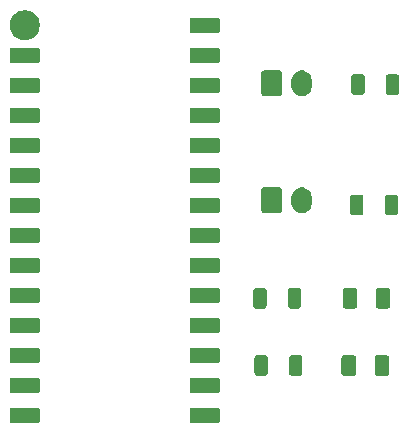
<source format=gts>
G04 #@! TF.GenerationSoftware,KiCad,Pcbnew,9.0.2*
G04 #@! TF.CreationDate,2025-06-20T10:59:14-07:00*
G04 #@! TF.ProjectId,fsrPrototype1,66737250-726f-4746-9f74-797065312e6b,rev?*
G04 #@! TF.SameCoordinates,Original*
G04 #@! TF.FileFunction,Soldermask,Top*
G04 #@! TF.FilePolarity,Negative*
%FSLAX46Y46*%
G04 Gerber Fmt 4.6, Leading zero omitted, Abs format (unit mm)*
G04 Created by KiCad (PCBNEW 9.0.2) date 2025-06-20 10:59:14*
%MOMM*%
%LPD*%
G01*
G04 APERTURE LIST*
G04 APERTURE END LIST*
G36*
X45812401Y-89979501D02*
G01*
X45874204Y-90020796D01*
X45915499Y-90082599D01*
X45930000Y-90155500D01*
X45930000Y-91044500D01*
X45915499Y-91117401D01*
X45874204Y-91179204D01*
X45812401Y-91220499D01*
X45739500Y-91235000D01*
X43580500Y-91235000D01*
X43507599Y-91220499D01*
X43445796Y-91179204D01*
X43404501Y-91117401D01*
X43390000Y-91044500D01*
X43390000Y-90155500D01*
X43404501Y-90082599D01*
X43445796Y-90020796D01*
X43507599Y-89979501D01*
X43580500Y-89965000D01*
X45739500Y-89965000D01*
X45812401Y-89979501D01*
G37*
G36*
X61052401Y-89979501D02*
G01*
X61114204Y-90020796D01*
X61155499Y-90082599D01*
X61170000Y-90155500D01*
X61170000Y-91044500D01*
X61155499Y-91117401D01*
X61114204Y-91179204D01*
X61052401Y-91220499D01*
X60979500Y-91235000D01*
X58820500Y-91235000D01*
X58747599Y-91220499D01*
X58685796Y-91179204D01*
X58644501Y-91117401D01*
X58630000Y-91044500D01*
X58630000Y-90155500D01*
X58644501Y-90082599D01*
X58685796Y-90020796D01*
X58747599Y-89979501D01*
X58820500Y-89965000D01*
X60979500Y-89965000D01*
X61052401Y-89979501D01*
G37*
G36*
X45812401Y-87439501D02*
G01*
X45874204Y-87480796D01*
X45915499Y-87542599D01*
X45930000Y-87615500D01*
X45930000Y-88504500D01*
X45915499Y-88577401D01*
X45874204Y-88639204D01*
X45812401Y-88680499D01*
X45739500Y-88695000D01*
X43580500Y-88695000D01*
X43507599Y-88680499D01*
X43445796Y-88639204D01*
X43404501Y-88577401D01*
X43390000Y-88504500D01*
X43390000Y-87615500D01*
X43404501Y-87542599D01*
X43445796Y-87480796D01*
X43507599Y-87439501D01*
X43580500Y-87425000D01*
X45739500Y-87425000D01*
X45812401Y-87439501D01*
G37*
G36*
X61052401Y-87439501D02*
G01*
X61114204Y-87480796D01*
X61155499Y-87542599D01*
X61170000Y-87615500D01*
X61170000Y-88504500D01*
X61155499Y-88577401D01*
X61114204Y-88639204D01*
X61052401Y-88680499D01*
X60979500Y-88695000D01*
X58820500Y-88695000D01*
X58747599Y-88680499D01*
X58685796Y-88639204D01*
X58644501Y-88577401D01*
X58630000Y-88504500D01*
X58630000Y-87615500D01*
X58644501Y-87542599D01*
X58685796Y-87480796D01*
X58747599Y-87439501D01*
X58820500Y-87425000D01*
X60979500Y-87425000D01*
X61052401Y-87439501D01*
G37*
G36*
X64992350Y-85525964D02*
G01*
X65042540Y-85531787D01*
X65059689Y-85539359D01*
X65083171Y-85544030D01*
X65108310Y-85560827D01*
X65128196Y-85569608D01*
X65141777Y-85583189D01*
X65164277Y-85598223D01*
X65179310Y-85620722D01*
X65192891Y-85634303D01*
X65201670Y-85654186D01*
X65218470Y-85679329D01*
X65223141Y-85702812D01*
X65230712Y-85719959D01*
X65236533Y-85770139D01*
X65237500Y-85775000D01*
X65237500Y-87025000D01*
X65236532Y-87029863D01*
X65230712Y-87080040D01*
X65223141Y-87097185D01*
X65218470Y-87120671D01*
X65201669Y-87145815D01*
X65192891Y-87165696D01*
X65179312Y-87179274D01*
X65164277Y-87201777D01*
X65141774Y-87216812D01*
X65128196Y-87230391D01*
X65108315Y-87239169D01*
X65083171Y-87255970D01*
X65059685Y-87260641D01*
X65042540Y-87268212D01*
X64992361Y-87274032D01*
X64987500Y-87275000D01*
X64362500Y-87275000D01*
X64357638Y-87274032D01*
X64307459Y-87268212D01*
X64290312Y-87260641D01*
X64266829Y-87255970D01*
X64241686Y-87239170D01*
X64221803Y-87230391D01*
X64208222Y-87216810D01*
X64185723Y-87201777D01*
X64170689Y-87179277D01*
X64157108Y-87165696D01*
X64148327Y-87145810D01*
X64131530Y-87120671D01*
X64126859Y-87097189D01*
X64119287Y-87080040D01*
X64113464Y-87029849D01*
X64112500Y-87025000D01*
X64112500Y-85775000D01*
X64113464Y-85770150D01*
X64119287Y-85719959D01*
X64126859Y-85702808D01*
X64131530Y-85679329D01*
X64148326Y-85654191D01*
X64157108Y-85634303D01*
X64170691Y-85620719D01*
X64185723Y-85598223D01*
X64208219Y-85583191D01*
X64221803Y-85569608D01*
X64241691Y-85560826D01*
X64266829Y-85544030D01*
X64290308Y-85539359D01*
X64307459Y-85531787D01*
X64357651Y-85525964D01*
X64362500Y-85525000D01*
X64987500Y-85525000D01*
X64992350Y-85525964D01*
G37*
G36*
X67917350Y-85525964D02*
G01*
X67967540Y-85531787D01*
X67984689Y-85539359D01*
X68008171Y-85544030D01*
X68033310Y-85560827D01*
X68053196Y-85569608D01*
X68066777Y-85583189D01*
X68089277Y-85598223D01*
X68104310Y-85620722D01*
X68117891Y-85634303D01*
X68126670Y-85654186D01*
X68143470Y-85679329D01*
X68148141Y-85702812D01*
X68155712Y-85719959D01*
X68161533Y-85770139D01*
X68162500Y-85775000D01*
X68162500Y-87025000D01*
X68161532Y-87029863D01*
X68155712Y-87080040D01*
X68148141Y-87097185D01*
X68143470Y-87120671D01*
X68126669Y-87145815D01*
X68117891Y-87165696D01*
X68104312Y-87179274D01*
X68089277Y-87201777D01*
X68066774Y-87216812D01*
X68053196Y-87230391D01*
X68033315Y-87239169D01*
X68008171Y-87255970D01*
X67984685Y-87260641D01*
X67967540Y-87268212D01*
X67917361Y-87274032D01*
X67912500Y-87275000D01*
X67287500Y-87275000D01*
X67282638Y-87274032D01*
X67232459Y-87268212D01*
X67215312Y-87260641D01*
X67191829Y-87255970D01*
X67166686Y-87239170D01*
X67146803Y-87230391D01*
X67133222Y-87216810D01*
X67110723Y-87201777D01*
X67095689Y-87179277D01*
X67082108Y-87165696D01*
X67073327Y-87145810D01*
X67056530Y-87120671D01*
X67051859Y-87097189D01*
X67044287Y-87080040D01*
X67038464Y-87029849D01*
X67037500Y-87025000D01*
X67037500Y-85775000D01*
X67038464Y-85770150D01*
X67044287Y-85719959D01*
X67051859Y-85702808D01*
X67056530Y-85679329D01*
X67073326Y-85654191D01*
X67082108Y-85634303D01*
X67095691Y-85620719D01*
X67110723Y-85598223D01*
X67133219Y-85583191D01*
X67146803Y-85569608D01*
X67166691Y-85560826D01*
X67191829Y-85544030D01*
X67215308Y-85539359D01*
X67232459Y-85531787D01*
X67282651Y-85525964D01*
X67287500Y-85525000D01*
X67912500Y-85525000D01*
X67917350Y-85525964D01*
G37*
G36*
X72479850Y-85525964D02*
G01*
X72530040Y-85531787D01*
X72547189Y-85539359D01*
X72570671Y-85544030D01*
X72595810Y-85560827D01*
X72615696Y-85569608D01*
X72629277Y-85583189D01*
X72651777Y-85598223D01*
X72666810Y-85620722D01*
X72680391Y-85634303D01*
X72689170Y-85654186D01*
X72705970Y-85679329D01*
X72710641Y-85702812D01*
X72718212Y-85719959D01*
X72724033Y-85770139D01*
X72725000Y-85775000D01*
X72725000Y-87025000D01*
X72724032Y-87029863D01*
X72718212Y-87080040D01*
X72710641Y-87097185D01*
X72705970Y-87120671D01*
X72689169Y-87145815D01*
X72680391Y-87165696D01*
X72666812Y-87179274D01*
X72651777Y-87201777D01*
X72629274Y-87216812D01*
X72615696Y-87230391D01*
X72595815Y-87239169D01*
X72570671Y-87255970D01*
X72547185Y-87260641D01*
X72530040Y-87268212D01*
X72479861Y-87274032D01*
X72475000Y-87275000D01*
X71725000Y-87275000D01*
X71720138Y-87274032D01*
X71669959Y-87268212D01*
X71652812Y-87260641D01*
X71629329Y-87255970D01*
X71604186Y-87239170D01*
X71584303Y-87230391D01*
X71570722Y-87216810D01*
X71548223Y-87201777D01*
X71533189Y-87179277D01*
X71519608Y-87165696D01*
X71510827Y-87145810D01*
X71494030Y-87120671D01*
X71489359Y-87097189D01*
X71481787Y-87080040D01*
X71475964Y-87029849D01*
X71475000Y-87025000D01*
X71475000Y-85775000D01*
X71475964Y-85770150D01*
X71481787Y-85719959D01*
X71489359Y-85702808D01*
X71494030Y-85679329D01*
X71510826Y-85654191D01*
X71519608Y-85634303D01*
X71533191Y-85620719D01*
X71548223Y-85598223D01*
X71570719Y-85583191D01*
X71584303Y-85569608D01*
X71604191Y-85560826D01*
X71629329Y-85544030D01*
X71652808Y-85539359D01*
X71669959Y-85531787D01*
X71720151Y-85525964D01*
X71725000Y-85525000D01*
X72475000Y-85525000D01*
X72479850Y-85525964D01*
G37*
G36*
X75279850Y-85525964D02*
G01*
X75330040Y-85531787D01*
X75347189Y-85539359D01*
X75370671Y-85544030D01*
X75395810Y-85560827D01*
X75415696Y-85569608D01*
X75429277Y-85583189D01*
X75451777Y-85598223D01*
X75466810Y-85620722D01*
X75480391Y-85634303D01*
X75489170Y-85654186D01*
X75505970Y-85679329D01*
X75510641Y-85702812D01*
X75518212Y-85719959D01*
X75524033Y-85770139D01*
X75525000Y-85775000D01*
X75525000Y-87025000D01*
X75524032Y-87029863D01*
X75518212Y-87080040D01*
X75510641Y-87097185D01*
X75505970Y-87120671D01*
X75489169Y-87145815D01*
X75480391Y-87165696D01*
X75466812Y-87179274D01*
X75451777Y-87201777D01*
X75429274Y-87216812D01*
X75415696Y-87230391D01*
X75395815Y-87239169D01*
X75370671Y-87255970D01*
X75347185Y-87260641D01*
X75330040Y-87268212D01*
X75279861Y-87274032D01*
X75275000Y-87275000D01*
X74525000Y-87275000D01*
X74520138Y-87274032D01*
X74469959Y-87268212D01*
X74452812Y-87260641D01*
X74429329Y-87255970D01*
X74404186Y-87239170D01*
X74384303Y-87230391D01*
X74370722Y-87216810D01*
X74348223Y-87201777D01*
X74333189Y-87179277D01*
X74319608Y-87165696D01*
X74310827Y-87145810D01*
X74294030Y-87120671D01*
X74289359Y-87097189D01*
X74281787Y-87080040D01*
X74275964Y-87029849D01*
X74275000Y-87025000D01*
X74275000Y-85775000D01*
X74275964Y-85770150D01*
X74281787Y-85719959D01*
X74289359Y-85702808D01*
X74294030Y-85679329D01*
X74310826Y-85654191D01*
X74319608Y-85634303D01*
X74333191Y-85620719D01*
X74348223Y-85598223D01*
X74370719Y-85583191D01*
X74384303Y-85569608D01*
X74404191Y-85560826D01*
X74429329Y-85544030D01*
X74452808Y-85539359D01*
X74469959Y-85531787D01*
X74520151Y-85525964D01*
X74525000Y-85525000D01*
X75275000Y-85525000D01*
X75279850Y-85525964D01*
G37*
G36*
X45812401Y-84899501D02*
G01*
X45874204Y-84940796D01*
X45915499Y-85002599D01*
X45930000Y-85075500D01*
X45930000Y-85964500D01*
X45915499Y-86037401D01*
X45874204Y-86099204D01*
X45812401Y-86140499D01*
X45739500Y-86155000D01*
X43580500Y-86155000D01*
X43507599Y-86140499D01*
X43445796Y-86099204D01*
X43404501Y-86037401D01*
X43390000Y-85964500D01*
X43390000Y-85075500D01*
X43404501Y-85002599D01*
X43445796Y-84940796D01*
X43507599Y-84899501D01*
X43580500Y-84885000D01*
X45739500Y-84885000D01*
X45812401Y-84899501D01*
G37*
G36*
X61052401Y-84899501D02*
G01*
X61114204Y-84940796D01*
X61155499Y-85002599D01*
X61170000Y-85075500D01*
X61170000Y-85964500D01*
X61155499Y-86037401D01*
X61114204Y-86099204D01*
X61052401Y-86140499D01*
X60979500Y-86155000D01*
X58820500Y-86155000D01*
X58747599Y-86140499D01*
X58685796Y-86099204D01*
X58644501Y-86037401D01*
X58630000Y-85964500D01*
X58630000Y-85075500D01*
X58644501Y-85002599D01*
X58685796Y-84940796D01*
X58747599Y-84899501D01*
X58820500Y-84885000D01*
X60979500Y-84885000D01*
X61052401Y-84899501D01*
G37*
G36*
X45812401Y-82359501D02*
G01*
X45874204Y-82400796D01*
X45915499Y-82462599D01*
X45930000Y-82535500D01*
X45930000Y-83424500D01*
X45915499Y-83497401D01*
X45874204Y-83559204D01*
X45812401Y-83600499D01*
X45739500Y-83615000D01*
X43580500Y-83615000D01*
X43507599Y-83600499D01*
X43445796Y-83559204D01*
X43404501Y-83497401D01*
X43390000Y-83424500D01*
X43390000Y-82535500D01*
X43404501Y-82462599D01*
X43445796Y-82400796D01*
X43507599Y-82359501D01*
X43580500Y-82345000D01*
X45739500Y-82345000D01*
X45812401Y-82359501D01*
G37*
G36*
X61052401Y-82359501D02*
G01*
X61114204Y-82400796D01*
X61155499Y-82462599D01*
X61170000Y-82535500D01*
X61170000Y-83424500D01*
X61155499Y-83497401D01*
X61114204Y-83559204D01*
X61052401Y-83600499D01*
X60979500Y-83615000D01*
X58820500Y-83615000D01*
X58747599Y-83600499D01*
X58685796Y-83559204D01*
X58644501Y-83497401D01*
X58630000Y-83424500D01*
X58630000Y-82535500D01*
X58644501Y-82462599D01*
X58685796Y-82400796D01*
X58747599Y-82359501D01*
X58820500Y-82345000D01*
X60979500Y-82345000D01*
X61052401Y-82359501D01*
G37*
G36*
X64892350Y-79825964D02*
G01*
X64942540Y-79831787D01*
X64959689Y-79839359D01*
X64983171Y-79844030D01*
X65008310Y-79860827D01*
X65028196Y-79869608D01*
X65041777Y-79883189D01*
X65064277Y-79898223D01*
X65079310Y-79920722D01*
X65092891Y-79934303D01*
X65101670Y-79954186D01*
X65118470Y-79979329D01*
X65123141Y-80002812D01*
X65130712Y-80019959D01*
X65136533Y-80070139D01*
X65137500Y-80075000D01*
X65137500Y-81325000D01*
X65136532Y-81329863D01*
X65130712Y-81380040D01*
X65123141Y-81397185D01*
X65118470Y-81420671D01*
X65101669Y-81445815D01*
X65092891Y-81465696D01*
X65079312Y-81479274D01*
X65064277Y-81501777D01*
X65041774Y-81516812D01*
X65028196Y-81530391D01*
X65008315Y-81539169D01*
X64983171Y-81555970D01*
X64959685Y-81560641D01*
X64942540Y-81568212D01*
X64892361Y-81574032D01*
X64887500Y-81575000D01*
X64262500Y-81575000D01*
X64257638Y-81574032D01*
X64207459Y-81568212D01*
X64190312Y-81560641D01*
X64166829Y-81555970D01*
X64141686Y-81539170D01*
X64121803Y-81530391D01*
X64108222Y-81516810D01*
X64085723Y-81501777D01*
X64070689Y-81479277D01*
X64057108Y-81465696D01*
X64048327Y-81445810D01*
X64031530Y-81420671D01*
X64026859Y-81397189D01*
X64019287Y-81380040D01*
X64013464Y-81329849D01*
X64012500Y-81325000D01*
X64012500Y-80075000D01*
X64013464Y-80070150D01*
X64019287Y-80019959D01*
X64026859Y-80002808D01*
X64031530Y-79979329D01*
X64048326Y-79954191D01*
X64057108Y-79934303D01*
X64070691Y-79920719D01*
X64085723Y-79898223D01*
X64108219Y-79883191D01*
X64121803Y-79869608D01*
X64141691Y-79860826D01*
X64166829Y-79844030D01*
X64190308Y-79839359D01*
X64207459Y-79831787D01*
X64257651Y-79825964D01*
X64262500Y-79825000D01*
X64887500Y-79825000D01*
X64892350Y-79825964D01*
G37*
G36*
X67817350Y-79825964D02*
G01*
X67867540Y-79831787D01*
X67884689Y-79839359D01*
X67908171Y-79844030D01*
X67933310Y-79860827D01*
X67953196Y-79869608D01*
X67966777Y-79883189D01*
X67989277Y-79898223D01*
X68004310Y-79920722D01*
X68017891Y-79934303D01*
X68026670Y-79954186D01*
X68043470Y-79979329D01*
X68048141Y-80002812D01*
X68055712Y-80019959D01*
X68061533Y-80070139D01*
X68062500Y-80075000D01*
X68062500Y-81325000D01*
X68061532Y-81329863D01*
X68055712Y-81380040D01*
X68048141Y-81397185D01*
X68043470Y-81420671D01*
X68026669Y-81445815D01*
X68017891Y-81465696D01*
X68004312Y-81479274D01*
X67989277Y-81501777D01*
X67966774Y-81516812D01*
X67953196Y-81530391D01*
X67933315Y-81539169D01*
X67908171Y-81555970D01*
X67884685Y-81560641D01*
X67867540Y-81568212D01*
X67817361Y-81574032D01*
X67812500Y-81575000D01*
X67187500Y-81575000D01*
X67182638Y-81574032D01*
X67132459Y-81568212D01*
X67115312Y-81560641D01*
X67091829Y-81555970D01*
X67066686Y-81539170D01*
X67046803Y-81530391D01*
X67033222Y-81516810D01*
X67010723Y-81501777D01*
X66995689Y-81479277D01*
X66982108Y-81465696D01*
X66973327Y-81445810D01*
X66956530Y-81420671D01*
X66951859Y-81397189D01*
X66944287Y-81380040D01*
X66938464Y-81329849D01*
X66937500Y-81325000D01*
X66937500Y-80075000D01*
X66938464Y-80070150D01*
X66944287Y-80019959D01*
X66951859Y-80002808D01*
X66956530Y-79979329D01*
X66973326Y-79954191D01*
X66982108Y-79934303D01*
X66995691Y-79920719D01*
X67010723Y-79898223D01*
X67033219Y-79883191D01*
X67046803Y-79869608D01*
X67066691Y-79860826D01*
X67091829Y-79844030D01*
X67115308Y-79839359D01*
X67132459Y-79831787D01*
X67182651Y-79825964D01*
X67187500Y-79825000D01*
X67812500Y-79825000D01*
X67817350Y-79825964D01*
G37*
G36*
X72579850Y-79825964D02*
G01*
X72630040Y-79831787D01*
X72647189Y-79839359D01*
X72670671Y-79844030D01*
X72695810Y-79860827D01*
X72715696Y-79869608D01*
X72729277Y-79883189D01*
X72751777Y-79898223D01*
X72766810Y-79920722D01*
X72780391Y-79934303D01*
X72789170Y-79954186D01*
X72805970Y-79979329D01*
X72810641Y-80002812D01*
X72818212Y-80019959D01*
X72824033Y-80070139D01*
X72825000Y-80075000D01*
X72825000Y-81325000D01*
X72824032Y-81329863D01*
X72818212Y-81380040D01*
X72810641Y-81397185D01*
X72805970Y-81420671D01*
X72789169Y-81445815D01*
X72780391Y-81465696D01*
X72766812Y-81479274D01*
X72751777Y-81501777D01*
X72729274Y-81516812D01*
X72715696Y-81530391D01*
X72695815Y-81539169D01*
X72670671Y-81555970D01*
X72647185Y-81560641D01*
X72630040Y-81568212D01*
X72579861Y-81574032D01*
X72575000Y-81575000D01*
X71825000Y-81575000D01*
X71820138Y-81574032D01*
X71769959Y-81568212D01*
X71752812Y-81560641D01*
X71729329Y-81555970D01*
X71704186Y-81539170D01*
X71684303Y-81530391D01*
X71670722Y-81516810D01*
X71648223Y-81501777D01*
X71633189Y-81479277D01*
X71619608Y-81465696D01*
X71610827Y-81445810D01*
X71594030Y-81420671D01*
X71589359Y-81397189D01*
X71581787Y-81380040D01*
X71575964Y-81329849D01*
X71575000Y-81325000D01*
X71575000Y-80075000D01*
X71575964Y-80070150D01*
X71581787Y-80019959D01*
X71589359Y-80002808D01*
X71594030Y-79979329D01*
X71610826Y-79954191D01*
X71619608Y-79934303D01*
X71633191Y-79920719D01*
X71648223Y-79898223D01*
X71670719Y-79883191D01*
X71684303Y-79869608D01*
X71704191Y-79860826D01*
X71729329Y-79844030D01*
X71752808Y-79839359D01*
X71769959Y-79831787D01*
X71820151Y-79825964D01*
X71825000Y-79825000D01*
X72575000Y-79825000D01*
X72579850Y-79825964D01*
G37*
G36*
X75379850Y-79825964D02*
G01*
X75430040Y-79831787D01*
X75447189Y-79839359D01*
X75470671Y-79844030D01*
X75495810Y-79860827D01*
X75515696Y-79869608D01*
X75529277Y-79883189D01*
X75551777Y-79898223D01*
X75566810Y-79920722D01*
X75580391Y-79934303D01*
X75589170Y-79954186D01*
X75605970Y-79979329D01*
X75610641Y-80002812D01*
X75618212Y-80019959D01*
X75624033Y-80070139D01*
X75625000Y-80075000D01*
X75625000Y-81325000D01*
X75624032Y-81329863D01*
X75618212Y-81380040D01*
X75610641Y-81397185D01*
X75605970Y-81420671D01*
X75589169Y-81445815D01*
X75580391Y-81465696D01*
X75566812Y-81479274D01*
X75551777Y-81501777D01*
X75529274Y-81516812D01*
X75515696Y-81530391D01*
X75495815Y-81539169D01*
X75470671Y-81555970D01*
X75447185Y-81560641D01*
X75430040Y-81568212D01*
X75379861Y-81574032D01*
X75375000Y-81575000D01*
X74625000Y-81575000D01*
X74620138Y-81574032D01*
X74569959Y-81568212D01*
X74552812Y-81560641D01*
X74529329Y-81555970D01*
X74504186Y-81539170D01*
X74484303Y-81530391D01*
X74470722Y-81516810D01*
X74448223Y-81501777D01*
X74433189Y-81479277D01*
X74419608Y-81465696D01*
X74410827Y-81445810D01*
X74394030Y-81420671D01*
X74389359Y-81397189D01*
X74381787Y-81380040D01*
X74375964Y-81329849D01*
X74375000Y-81325000D01*
X74375000Y-80075000D01*
X74375964Y-80070150D01*
X74381787Y-80019959D01*
X74389359Y-80002808D01*
X74394030Y-79979329D01*
X74410826Y-79954191D01*
X74419608Y-79934303D01*
X74433191Y-79920719D01*
X74448223Y-79898223D01*
X74470719Y-79883191D01*
X74484303Y-79869608D01*
X74504191Y-79860826D01*
X74529329Y-79844030D01*
X74552808Y-79839359D01*
X74569959Y-79831787D01*
X74620151Y-79825964D01*
X74625000Y-79825000D01*
X75375000Y-79825000D01*
X75379850Y-79825964D01*
G37*
G36*
X45812401Y-79819501D02*
G01*
X45874204Y-79860796D01*
X45915499Y-79922599D01*
X45930000Y-79995500D01*
X45930000Y-80884500D01*
X45915499Y-80957401D01*
X45874204Y-81019204D01*
X45812401Y-81060499D01*
X45739500Y-81075000D01*
X43580500Y-81075000D01*
X43507599Y-81060499D01*
X43445796Y-81019204D01*
X43404501Y-80957401D01*
X43390000Y-80884500D01*
X43390000Y-79995500D01*
X43404501Y-79922599D01*
X43445796Y-79860796D01*
X43507599Y-79819501D01*
X43580500Y-79805000D01*
X45739500Y-79805000D01*
X45812401Y-79819501D01*
G37*
G36*
X61052401Y-79819501D02*
G01*
X61114204Y-79860796D01*
X61155499Y-79922599D01*
X61170000Y-79995500D01*
X61170000Y-80884500D01*
X61155499Y-80957401D01*
X61114204Y-81019204D01*
X61052401Y-81060499D01*
X60979500Y-81075000D01*
X58820500Y-81075000D01*
X58747599Y-81060499D01*
X58685796Y-81019204D01*
X58644501Y-80957401D01*
X58630000Y-80884500D01*
X58630000Y-79995500D01*
X58644501Y-79922599D01*
X58685796Y-79860796D01*
X58747599Y-79819501D01*
X58820500Y-79805000D01*
X60979500Y-79805000D01*
X61052401Y-79819501D01*
G37*
G36*
X45812401Y-77279501D02*
G01*
X45874204Y-77320796D01*
X45915499Y-77382599D01*
X45930000Y-77455500D01*
X45930000Y-78344500D01*
X45915499Y-78417401D01*
X45874204Y-78479204D01*
X45812401Y-78520499D01*
X45739500Y-78535000D01*
X43580500Y-78535000D01*
X43507599Y-78520499D01*
X43445796Y-78479204D01*
X43404501Y-78417401D01*
X43390000Y-78344500D01*
X43390000Y-77455500D01*
X43404501Y-77382599D01*
X43445796Y-77320796D01*
X43507599Y-77279501D01*
X43580500Y-77265000D01*
X45739500Y-77265000D01*
X45812401Y-77279501D01*
G37*
G36*
X61052401Y-77279501D02*
G01*
X61114204Y-77320796D01*
X61155499Y-77382599D01*
X61170000Y-77455500D01*
X61170000Y-78344500D01*
X61155499Y-78417401D01*
X61114204Y-78479204D01*
X61052401Y-78520499D01*
X60979500Y-78535000D01*
X58820500Y-78535000D01*
X58747599Y-78520499D01*
X58685796Y-78479204D01*
X58644501Y-78417401D01*
X58630000Y-78344500D01*
X58630000Y-77455500D01*
X58644501Y-77382599D01*
X58685796Y-77320796D01*
X58747599Y-77279501D01*
X58820500Y-77265000D01*
X60979500Y-77265000D01*
X61052401Y-77279501D01*
G37*
G36*
X45812401Y-74739501D02*
G01*
X45874204Y-74780796D01*
X45915499Y-74842599D01*
X45930000Y-74915500D01*
X45930000Y-75804500D01*
X45915499Y-75877401D01*
X45874204Y-75939204D01*
X45812401Y-75980499D01*
X45739500Y-75995000D01*
X43580500Y-75995000D01*
X43507599Y-75980499D01*
X43445796Y-75939204D01*
X43404501Y-75877401D01*
X43390000Y-75804500D01*
X43390000Y-74915500D01*
X43404501Y-74842599D01*
X43445796Y-74780796D01*
X43507599Y-74739501D01*
X43580500Y-74725000D01*
X45739500Y-74725000D01*
X45812401Y-74739501D01*
G37*
G36*
X61052401Y-74739501D02*
G01*
X61114204Y-74780796D01*
X61155499Y-74842599D01*
X61170000Y-74915500D01*
X61170000Y-75804500D01*
X61155499Y-75877401D01*
X61114204Y-75939204D01*
X61052401Y-75980499D01*
X60979500Y-75995000D01*
X58820500Y-75995000D01*
X58747599Y-75980499D01*
X58685796Y-75939204D01*
X58644501Y-75877401D01*
X58630000Y-75804500D01*
X58630000Y-74915500D01*
X58644501Y-74842599D01*
X58685796Y-74780796D01*
X58747599Y-74739501D01*
X58820500Y-74725000D01*
X60979500Y-74725000D01*
X61052401Y-74739501D01*
G37*
G36*
X73092350Y-71925964D02*
G01*
X73142540Y-71931787D01*
X73159689Y-71939359D01*
X73183171Y-71944030D01*
X73208310Y-71960827D01*
X73228196Y-71969608D01*
X73241777Y-71983189D01*
X73264277Y-71998223D01*
X73279310Y-72020722D01*
X73292891Y-72034303D01*
X73301670Y-72054186D01*
X73318470Y-72079329D01*
X73323141Y-72102812D01*
X73330712Y-72119959D01*
X73336533Y-72170139D01*
X73337500Y-72175000D01*
X73337500Y-73425000D01*
X73336532Y-73429863D01*
X73330712Y-73480040D01*
X73323141Y-73497185D01*
X73318470Y-73520671D01*
X73301669Y-73545815D01*
X73292891Y-73565696D01*
X73279312Y-73579274D01*
X73264277Y-73601777D01*
X73241774Y-73616812D01*
X73228196Y-73630391D01*
X73208315Y-73639169D01*
X73183171Y-73655970D01*
X73159685Y-73660641D01*
X73142540Y-73668212D01*
X73092361Y-73674032D01*
X73087500Y-73675000D01*
X72462500Y-73675000D01*
X72457638Y-73674032D01*
X72407459Y-73668212D01*
X72390312Y-73660641D01*
X72366829Y-73655970D01*
X72341686Y-73639170D01*
X72321803Y-73630391D01*
X72308222Y-73616810D01*
X72285723Y-73601777D01*
X72270689Y-73579277D01*
X72257108Y-73565696D01*
X72248327Y-73545810D01*
X72231530Y-73520671D01*
X72226859Y-73497189D01*
X72219287Y-73480040D01*
X72213464Y-73429849D01*
X72212500Y-73425000D01*
X72212500Y-72175000D01*
X72213464Y-72170150D01*
X72219287Y-72119959D01*
X72226859Y-72102808D01*
X72231530Y-72079329D01*
X72248326Y-72054191D01*
X72257108Y-72034303D01*
X72270691Y-72020719D01*
X72285723Y-71998223D01*
X72308219Y-71983191D01*
X72321803Y-71969608D01*
X72341691Y-71960826D01*
X72366829Y-71944030D01*
X72390308Y-71939359D01*
X72407459Y-71931787D01*
X72457651Y-71925964D01*
X72462500Y-71925000D01*
X73087500Y-71925000D01*
X73092350Y-71925964D01*
G37*
G36*
X76017350Y-71925964D02*
G01*
X76067540Y-71931787D01*
X76084689Y-71939359D01*
X76108171Y-71944030D01*
X76133310Y-71960827D01*
X76153196Y-71969608D01*
X76166777Y-71983189D01*
X76189277Y-71998223D01*
X76204310Y-72020722D01*
X76217891Y-72034303D01*
X76226670Y-72054186D01*
X76243470Y-72079329D01*
X76248141Y-72102812D01*
X76255712Y-72119959D01*
X76261533Y-72170139D01*
X76262500Y-72175000D01*
X76262500Y-73425000D01*
X76261532Y-73429863D01*
X76255712Y-73480040D01*
X76248141Y-73497185D01*
X76243470Y-73520671D01*
X76226669Y-73545815D01*
X76217891Y-73565696D01*
X76204312Y-73579274D01*
X76189277Y-73601777D01*
X76166774Y-73616812D01*
X76153196Y-73630391D01*
X76133315Y-73639169D01*
X76108171Y-73655970D01*
X76084685Y-73660641D01*
X76067540Y-73668212D01*
X76017361Y-73674032D01*
X76012500Y-73675000D01*
X75387500Y-73675000D01*
X75382638Y-73674032D01*
X75332459Y-73668212D01*
X75315312Y-73660641D01*
X75291829Y-73655970D01*
X75266686Y-73639170D01*
X75246803Y-73630391D01*
X75233222Y-73616810D01*
X75210723Y-73601777D01*
X75195689Y-73579277D01*
X75182108Y-73565696D01*
X75173327Y-73545810D01*
X75156530Y-73520671D01*
X75151859Y-73497189D01*
X75144287Y-73480040D01*
X75138464Y-73429849D01*
X75137500Y-73425000D01*
X75137500Y-72175000D01*
X75138464Y-72170150D01*
X75144287Y-72119959D01*
X75151859Y-72102808D01*
X75156530Y-72079329D01*
X75173326Y-72054191D01*
X75182108Y-72034303D01*
X75195691Y-72020719D01*
X75210723Y-71998223D01*
X75233219Y-71983191D01*
X75246803Y-71969608D01*
X75266691Y-71960826D01*
X75291829Y-71944030D01*
X75315308Y-71939359D01*
X75332459Y-71931787D01*
X75382651Y-71925964D01*
X75387500Y-71925000D01*
X76012500Y-71925000D01*
X76017350Y-71925964D01*
G37*
G36*
X66184850Y-71305964D02*
G01*
X66235040Y-71311787D01*
X66252189Y-71319359D01*
X66275671Y-71324030D01*
X66300810Y-71340827D01*
X66320696Y-71349608D01*
X66334277Y-71363189D01*
X66356777Y-71378223D01*
X66371810Y-71400722D01*
X66385391Y-71414303D01*
X66394170Y-71434186D01*
X66410970Y-71459329D01*
X66415641Y-71482812D01*
X66423212Y-71499959D01*
X66429033Y-71550139D01*
X66430000Y-71555000D01*
X66430000Y-73245000D01*
X66429032Y-73249863D01*
X66423212Y-73300040D01*
X66415641Y-73317185D01*
X66410970Y-73340671D01*
X66394169Y-73365815D01*
X66385391Y-73385696D01*
X66371812Y-73399274D01*
X66356777Y-73421777D01*
X66334274Y-73436812D01*
X66320696Y-73450391D01*
X66300815Y-73459169D01*
X66275671Y-73475970D01*
X66252185Y-73480641D01*
X66235040Y-73488212D01*
X66184861Y-73494032D01*
X66180000Y-73495000D01*
X64940000Y-73495000D01*
X64935138Y-73494032D01*
X64884959Y-73488212D01*
X64867812Y-73480641D01*
X64844329Y-73475970D01*
X64819186Y-73459170D01*
X64799303Y-73450391D01*
X64785722Y-73436810D01*
X64763223Y-73421777D01*
X64748189Y-73399277D01*
X64734608Y-73385696D01*
X64725827Y-73365810D01*
X64709030Y-73340671D01*
X64704359Y-73317189D01*
X64696787Y-73300040D01*
X64690964Y-73249849D01*
X64690000Y-73245000D01*
X64690000Y-71555000D01*
X64690964Y-71550150D01*
X64696787Y-71499959D01*
X64704359Y-71482808D01*
X64709030Y-71459329D01*
X64725826Y-71434191D01*
X64734608Y-71414303D01*
X64748191Y-71400719D01*
X64763223Y-71378223D01*
X64785719Y-71363191D01*
X64799303Y-71349608D01*
X64819191Y-71340826D01*
X64844329Y-71324030D01*
X64867808Y-71319359D01*
X64884959Y-71311787D01*
X64935151Y-71305964D01*
X64940000Y-71305000D01*
X66180000Y-71305000D01*
X66184850Y-71305964D01*
G37*
G36*
X68352548Y-71342462D02*
G01*
X68510115Y-71407729D01*
X68651922Y-71502481D01*
X68772519Y-71623078D01*
X68867271Y-71764885D01*
X68932538Y-71922452D01*
X68965811Y-72089725D01*
X68970000Y-72175000D01*
X68970000Y-72625000D01*
X68965811Y-72710275D01*
X68932538Y-72877548D01*
X68867271Y-73035115D01*
X68772519Y-73176922D01*
X68651922Y-73297519D01*
X68510115Y-73392271D01*
X68352548Y-73457538D01*
X68185275Y-73490811D01*
X68014725Y-73490811D01*
X67847452Y-73457538D01*
X67689885Y-73392271D01*
X67548078Y-73297519D01*
X67427481Y-73176922D01*
X67332729Y-73035115D01*
X67267462Y-72877548D01*
X67234189Y-72710275D01*
X67230000Y-72625000D01*
X67230000Y-72175000D01*
X67234189Y-72089725D01*
X67267462Y-71922452D01*
X67332729Y-71764885D01*
X67427481Y-71623078D01*
X67548078Y-71502481D01*
X67689885Y-71407729D01*
X67847452Y-71342462D01*
X68014725Y-71309189D01*
X68185275Y-71309189D01*
X68352548Y-71342462D01*
G37*
G36*
X45812401Y-72199501D02*
G01*
X45874204Y-72240796D01*
X45915499Y-72302599D01*
X45930000Y-72375500D01*
X45930000Y-73264500D01*
X45915499Y-73337401D01*
X45874204Y-73399204D01*
X45812401Y-73440499D01*
X45739500Y-73455000D01*
X43580500Y-73455000D01*
X43507599Y-73440499D01*
X43445796Y-73399204D01*
X43404501Y-73337401D01*
X43390000Y-73264500D01*
X43390000Y-72375500D01*
X43404501Y-72302599D01*
X43445796Y-72240796D01*
X43507599Y-72199501D01*
X43580500Y-72185000D01*
X45739500Y-72185000D01*
X45812401Y-72199501D01*
G37*
G36*
X61052401Y-72199501D02*
G01*
X61114204Y-72240796D01*
X61155499Y-72302599D01*
X61170000Y-72375500D01*
X61170000Y-73264500D01*
X61155499Y-73337401D01*
X61114204Y-73399204D01*
X61052401Y-73440499D01*
X60979500Y-73455000D01*
X58820500Y-73455000D01*
X58747599Y-73440499D01*
X58685796Y-73399204D01*
X58644501Y-73337401D01*
X58630000Y-73264500D01*
X58630000Y-72375500D01*
X58644501Y-72302599D01*
X58685796Y-72240796D01*
X58747599Y-72199501D01*
X58820500Y-72185000D01*
X60979500Y-72185000D01*
X61052401Y-72199501D01*
G37*
G36*
X45812401Y-69659501D02*
G01*
X45874204Y-69700796D01*
X45915499Y-69762599D01*
X45930000Y-69835500D01*
X45930000Y-70724500D01*
X45915499Y-70797401D01*
X45874204Y-70859204D01*
X45812401Y-70900499D01*
X45739500Y-70915000D01*
X43580500Y-70915000D01*
X43507599Y-70900499D01*
X43445796Y-70859204D01*
X43404501Y-70797401D01*
X43390000Y-70724500D01*
X43390000Y-69835500D01*
X43404501Y-69762599D01*
X43445796Y-69700796D01*
X43507599Y-69659501D01*
X43580500Y-69645000D01*
X45739500Y-69645000D01*
X45812401Y-69659501D01*
G37*
G36*
X61052401Y-69659501D02*
G01*
X61114204Y-69700796D01*
X61155499Y-69762599D01*
X61170000Y-69835500D01*
X61170000Y-70724500D01*
X61155499Y-70797401D01*
X61114204Y-70859204D01*
X61052401Y-70900499D01*
X60979500Y-70915000D01*
X58820500Y-70915000D01*
X58747599Y-70900499D01*
X58685796Y-70859204D01*
X58644501Y-70797401D01*
X58630000Y-70724500D01*
X58630000Y-69835500D01*
X58644501Y-69762599D01*
X58685796Y-69700796D01*
X58747599Y-69659501D01*
X58820500Y-69645000D01*
X60979500Y-69645000D01*
X61052401Y-69659501D01*
G37*
G36*
X45812401Y-67119501D02*
G01*
X45874204Y-67160796D01*
X45915499Y-67222599D01*
X45930000Y-67295500D01*
X45930000Y-68184500D01*
X45915499Y-68257401D01*
X45874204Y-68319204D01*
X45812401Y-68360499D01*
X45739500Y-68375000D01*
X43580500Y-68375000D01*
X43507599Y-68360499D01*
X43445796Y-68319204D01*
X43404501Y-68257401D01*
X43390000Y-68184500D01*
X43390000Y-67295500D01*
X43404501Y-67222599D01*
X43445796Y-67160796D01*
X43507599Y-67119501D01*
X43580500Y-67105000D01*
X45739500Y-67105000D01*
X45812401Y-67119501D01*
G37*
G36*
X61052401Y-67119501D02*
G01*
X61114204Y-67160796D01*
X61155499Y-67222599D01*
X61170000Y-67295500D01*
X61170000Y-68184500D01*
X61155499Y-68257401D01*
X61114204Y-68319204D01*
X61052401Y-68360499D01*
X60979500Y-68375000D01*
X58820500Y-68375000D01*
X58747599Y-68360499D01*
X58685796Y-68319204D01*
X58644501Y-68257401D01*
X58630000Y-68184500D01*
X58630000Y-67295500D01*
X58644501Y-67222599D01*
X58685796Y-67160796D01*
X58747599Y-67119501D01*
X58820500Y-67105000D01*
X60979500Y-67105000D01*
X61052401Y-67119501D01*
G37*
G36*
X45812401Y-64579501D02*
G01*
X45874204Y-64620796D01*
X45915499Y-64682599D01*
X45930000Y-64755500D01*
X45930000Y-65644500D01*
X45915499Y-65717401D01*
X45874204Y-65779204D01*
X45812401Y-65820499D01*
X45739500Y-65835000D01*
X43580500Y-65835000D01*
X43507599Y-65820499D01*
X43445796Y-65779204D01*
X43404501Y-65717401D01*
X43390000Y-65644500D01*
X43390000Y-64755500D01*
X43404501Y-64682599D01*
X43445796Y-64620796D01*
X43507599Y-64579501D01*
X43580500Y-64565000D01*
X45739500Y-64565000D01*
X45812401Y-64579501D01*
G37*
G36*
X61052401Y-64579501D02*
G01*
X61114204Y-64620796D01*
X61155499Y-64682599D01*
X61170000Y-64755500D01*
X61170000Y-65644500D01*
X61155499Y-65717401D01*
X61114204Y-65779204D01*
X61052401Y-65820499D01*
X60979500Y-65835000D01*
X58820500Y-65835000D01*
X58747599Y-65820499D01*
X58685796Y-65779204D01*
X58644501Y-65717401D01*
X58630000Y-65644500D01*
X58630000Y-64755500D01*
X58644501Y-64682599D01*
X58685796Y-64620796D01*
X58747599Y-64579501D01*
X58820500Y-64565000D01*
X60979500Y-64565000D01*
X61052401Y-64579501D01*
G37*
G36*
X66184850Y-61405964D02*
G01*
X66235040Y-61411787D01*
X66252189Y-61419359D01*
X66275671Y-61424030D01*
X66300810Y-61440827D01*
X66320696Y-61449608D01*
X66334277Y-61463189D01*
X66356777Y-61478223D01*
X66371810Y-61500722D01*
X66385391Y-61514303D01*
X66394170Y-61534186D01*
X66410970Y-61559329D01*
X66415641Y-61582812D01*
X66423212Y-61599959D01*
X66429033Y-61650139D01*
X66430000Y-61655000D01*
X66430000Y-63345000D01*
X66429032Y-63349863D01*
X66423212Y-63400040D01*
X66415641Y-63417185D01*
X66410970Y-63440671D01*
X66394169Y-63465815D01*
X66385391Y-63485696D01*
X66371812Y-63499274D01*
X66356777Y-63521777D01*
X66334274Y-63536812D01*
X66320696Y-63550391D01*
X66300815Y-63559169D01*
X66275671Y-63575970D01*
X66252185Y-63580641D01*
X66235040Y-63588212D01*
X66184861Y-63594032D01*
X66180000Y-63595000D01*
X64940000Y-63595000D01*
X64935138Y-63594032D01*
X64884959Y-63588212D01*
X64867812Y-63580641D01*
X64844329Y-63575970D01*
X64819186Y-63559170D01*
X64799303Y-63550391D01*
X64785722Y-63536810D01*
X64763223Y-63521777D01*
X64748189Y-63499277D01*
X64734608Y-63485696D01*
X64725827Y-63465810D01*
X64709030Y-63440671D01*
X64704359Y-63417189D01*
X64696787Y-63400040D01*
X64690964Y-63349849D01*
X64690000Y-63345000D01*
X64690000Y-61655000D01*
X64690964Y-61650150D01*
X64696787Y-61599959D01*
X64704359Y-61582808D01*
X64709030Y-61559329D01*
X64725826Y-61534191D01*
X64734608Y-61514303D01*
X64748191Y-61500719D01*
X64763223Y-61478223D01*
X64785719Y-61463191D01*
X64799303Y-61449608D01*
X64819191Y-61440826D01*
X64844329Y-61424030D01*
X64867808Y-61419359D01*
X64884959Y-61411787D01*
X64935151Y-61405964D01*
X64940000Y-61405000D01*
X66180000Y-61405000D01*
X66184850Y-61405964D01*
G37*
G36*
X68352548Y-61442462D02*
G01*
X68510115Y-61507729D01*
X68651922Y-61602481D01*
X68772519Y-61723078D01*
X68867271Y-61864885D01*
X68932538Y-62022452D01*
X68965811Y-62189725D01*
X68970000Y-62275000D01*
X68970000Y-62725000D01*
X68965811Y-62810275D01*
X68932538Y-62977548D01*
X68867271Y-63135115D01*
X68772519Y-63276922D01*
X68651922Y-63397519D01*
X68510115Y-63492271D01*
X68352548Y-63557538D01*
X68185275Y-63590811D01*
X68014725Y-63590811D01*
X67847452Y-63557538D01*
X67689885Y-63492271D01*
X67548078Y-63397519D01*
X67427481Y-63276922D01*
X67332729Y-63135115D01*
X67267462Y-62977548D01*
X67234189Y-62810275D01*
X67230000Y-62725000D01*
X67230000Y-62275000D01*
X67234189Y-62189725D01*
X67267462Y-62022452D01*
X67332729Y-61864885D01*
X67427481Y-61723078D01*
X67548078Y-61602481D01*
X67689885Y-61507729D01*
X67847452Y-61442462D01*
X68014725Y-61409189D01*
X68185275Y-61409189D01*
X68352548Y-61442462D01*
G37*
G36*
X73192350Y-61725964D02*
G01*
X73242540Y-61731787D01*
X73259689Y-61739359D01*
X73283171Y-61744030D01*
X73308310Y-61760827D01*
X73328196Y-61769608D01*
X73341777Y-61783189D01*
X73364277Y-61798223D01*
X73379310Y-61820722D01*
X73392891Y-61834303D01*
X73401670Y-61854186D01*
X73418470Y-61879329D01*
X73423141Y-61902812D01*
X73430712Y-61919959D01*
X73436533Y-61970139D01*
X73437500Y-61975000D01*
X73437500Y-63225000D01*
X73436532Y-63229863D01*
X73430712Y-63280040D01*
X73423141Y-63297185D01*
X73418470Y-63320671D01*
X73401669Y-63345815D01*
X73392891Y-63365696D01*
X73379312Y-63379274D01*
X73364277Y-63401777D01*
X73341774Y-63416812D01*
X73328196Y-63430391D01*
X73308315Y-63439169D01*
X73283171Y-63455970D01*
X73259685Y-63460641D01*
X73242540Y-63468212D01*
X73192361Y-63474032D01*
X73187500Y-63475000D01*
X72562500Y-63475000D01*
X72557638Y-63474032D01*
X72507459Y-63468212D01*
X72490312Y-63460641D01*
X72466829Y-63455970D01*
X72441686Y-63439170D01*
X72421803Y-63430391D01*
X72408222Y-63416810D01*
X72385723Y-63401777D01*
X72370689Y-63379277D01*
X72357108Y-63365696D01*
X72348327Y-63345810D01*
X72331530Y-63320671D01*
X72326859Y-63297189D01*
X72319287Y-63280040D01*
X72313464Y-63229849D01*
X72312500Y-63225000D01*
X72312500Y-61975000D01*
X72313464Y-61970150D01*
X72319287Y-61919959D01*
X72326859Y-61902808D01*
X72331530Y-61879329D01*
X72348326Y-61854191D01*
X72357108Y-61834303D01*
X72370691Y-61820719D01*
X72385723Y-61798223D01*
X72408219Y-61783191D01*
X72421803Y-61769608D01*
X72441691Y-61760826D01*
X72466829Y-61744030D01*
X72490308Y-61739359D01*
X72507459Y-61731787D01*
X72557651Y-61725964D01*
X72562500Y-61725000D01*
X73187500Y-61725000D01*
X73192350Y-61725964D01*
G37*
G36*
X76117350Y-61725964D02*
G01*
X76167540Y-61731787D01*
X76184689Y-61739359D01*
X76208171Y-61744030D01*
X76233310Y-61760827D01*
X76253196Y-61769608D01*
X76266777Y-61783189D01*
X76289277Y-61798223D01*
X76304310Y-61820722D01*
X76317891Y-61834303D01*
X76326670Y-61854186D01*
X76343470Y-61879329D01*
X76348141Y-61902812D01*
X76355712Y-61919959D01*
X76361533Y-61970139D01*
X76362500Y-61975000D01*
X76362500Y-63225000D01*
X76361532Y-63229863D01*
X76355712Y-63280040D01*
X76348141Y-63297185D01*
X76343470Y-63320671D01*
X76326669Y-63345815D01*
X76317891Y-63365696D01*
X76304312Y-63379274D01*
X76289277Y-63401777D01*
X76266774Y-63416812D01*
X76253196Y-63430391D01*
X76233315Y-63439169D01*
X76208171Y-63455970D01*
X76184685Y-63460641D01*
X76167540Y-63468212D01*
X76117361Y-63474032D01*
X76112500Y-63475000D01*
X75487500Y-63475000D01*
X75482638Y-63474032D01*
X75432459Y-63468212D01*
X75415312Y-63460641D01*
X75391829Y-63455970D01*
X75366686Y-63439170D01*
X75346803Y-63430391D01*
X75333222Y-63416810D01*
X75310723Y-63401777D01*
X75295689Y-63379277D01*
X75282108Y-63365696D01*
X75273327Y-63345810D01*
X75256530Y-63320671D01*
X75251859Y-63297189D01*
X75244287Y-63280040D01*
X75238464Y-63229849D01*
X75237500Y-63225000D01*
X75237500Y-61975000D01*
X75238464Y-61970150D01*
X75244287Y-61919959D01*
X75251859Y-61902808D01*
X75256530Y-61879329D01*
X75273326Y-61854191D01*
X75282108Y-61834303D01*
X75295691Y-61820719D01*
X75310723Y-61798223D01*
X75333219Y-61783191D01*
X75346803Y-61769608D01*
X75366691Y-61760826D01*
X75391829Y-61744030D01*
X75415308Y-61739359D01*
X75432459Y-61731787D01*
X75482651Y-61725964D01*
X75487500Y-61725000D01*
X76112500Y-61725000D01*
X76117350Y-61725964D01*
G37*
G36*
X45812401Y-62039501D02*
G01*
X45874204Y-62080796D01*
X45915499Y-62142599D01*
X45930000Y-62215500D01*
X45930000Y-63104500D01*
X45915499Y-63177401D01*
X45874204Y-63239204D01*
X45812401Y-63280499D01*
X45739500Y-63295000D01*
X43580500Y-63295000D01*
X43507599Y-63280499D01*
X43445796Y-63239204D01*
X43404501Y-63177401D01*
X43390000Y-63104500D01*
X43390000Y-62215500D01*
X43404501Y-62142599D01*
X43445796Y-62080796D01*
X43507599Y-62039501D01*
X43580500Y-62025000D01*
X45739500Y-62025000D01*
X45812401Y-62039501D01*
G37*
G36*
X61052401Y-62039501D02*
G01*
X61114204Y-62080796D01*
X61155499Y-62142599D01*
X61170000Y-62215500D01*
X61170000Y-63104500D01*
X61155499Y-63177401D01*
X61114204Y-63239204D01*
X61052401Y-63280499D01*
X60979500Y-63295000D01*
X58820500Y-63295000D01*
X58747599Y-63280499D01*
X58685796Y-63239204D01*
X58644501Y-63177401D01*
X58630000Y-63104500D01*
X58630000Y-62215500D01*
X58644501Y-62142599D01*
X58685796Y-62080796D01*
X58747599Y-62039501D01*
X58820500Y-62025000D01*
X60979500Y-62025000D01*
X61052401Y-62039501D01*
G37*
G36*
X45812401Y-59499501D02*
G01*
X45874204Y-59540796D01*
X45915499Y-59602599D01*
X45930000Y-59675500D01*
X45930000Y-60564500D01*
X45915499Y-60637401D01*
X45874204Y-60699204D01*
X45812401Y-60740499D01*
X45739500Y-60755000D01*
X43580500Y-60755000D01*
X43507599Y-60740499D01*
X43445796Y-60699204D01*
X43404501Y-60637401D01*
X43390000Y-60564500D01*
X43390000Y-59675500D01*
X43404501Y-59602599D01*
X43445796Y-59540796D01*
X43507599Y-59499501D01*
X43580500Y-59485000D01*
X45739500Y-59485000D01*
X45812401Y-59499501D01*
G37*
G36*
X61052401Y-59499501D02*
G01*
X61114204Y-59540796D01*
X61155499Y-59602599D01*
X61170000Y-59675500D01*
X61170000Y-60564500D01*
X61155499Y-60637401D01*
X61114204Y-60699204D01*
X61052401Y-60740499D01*
X60979500Y-60755000D01*
X58820500Y-60755000D01*
X58747599Y-60740499D01*
X58685796Y-60699204D01*
X58644501Y-60637401D01*
X58630000Y-60564500D01*
X58630000Y-59675500D01*
X58644501Y-59602599D01*
X58685796Y-59540796D01*
X58747599Y-59499501D01*
X58820500Y-59485000D01*
X60979500Y-59485000D01*
X61052401Y-59499501D01*
G37*
G36*
X44956476Y-56345090D02*
G01*
X45146008Y-56406673D01*
X45323573Y-56497147D01*
X45484799Y-56614284D01*
X45625716Y-56755201D01*
X45742853Y-56916427D01*
X45833327Y-57093992D01*
X45894910Y-57283524D01*
X45926085Y-57480357D01*
X45926085Y-57679643D01*
X45894910Y-57876476D01*
X45833327Y-58066008D01*
X45742853Y-58243573D01*
X45625716Y-58404799D01*
X45484799Y-58545716D01*
X45323573Y-58662853D01*
X45146008Y-58753327D01*
X44956476Y-58814910D01*
X44759643Y-58846085D01*
X44560357Y-58846085D01*
X44363524Y-58814910D01*
X44173992Y-58753327D01*
X43996427Y-58662853D01*
X43835201Y-58545716D01*
X43694284Y-58404799D01*
X43577147Y-58243573D01*
X43486673Y-58066008D01*
X43425090Y-57876476D01*
X43393915Y-57679643D01*
X43393915Y-57480357D01*
X43425090Y-57283524D01*
X43486673Y-57093992D01*
X43577147Y-56916427D01*
X43694284Y-56755201D01*
X43835201Y-56614284D01*
X43996427Y-56497147D01*
X44173992Y-56406673D01*
X44363524Y-56345090D01*
X44560357Y-56313915D01*
X44759643Y-56313915D01*
X44956476Y-56345090D01*
G37*
G36*
X61052401Y-56959501D02*
G01*
X61114204Y-57000796D01*
X61155499Y-57062599D01*
X61170000Y-57135500D01*
X61170000Y-58024500D01*
X61155499Y-58097401D01*
X61114204Y-58159204D01*
X61052401Y-58200499D01*
X60979500Y-58215000D01*
X58820500Y-58215000D01*
X58747599Y-58200499D01*
X58685796Y-58159204D01*
X58644501Y-58097401D01*
X58630000Y-58024500D01*
X58630000Y-57135500D01*
X58644501Y-57062599D01*
X58685796Y-57000796D01*
X58747599Y-56959501D01*
X58820500Y-56945000D01*
X60979500Y-56945000D01*
X61052401Y-56959501D01*
G37*
M02*

</source>
